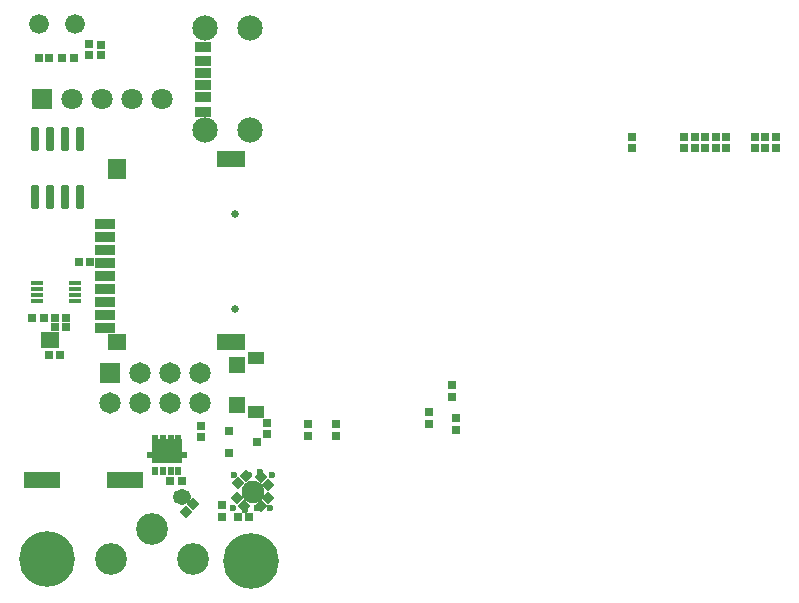
<source format=gts>
G04*
G04 #@! TF.GenerationSoftware,Altium Limited,Altium Designer,18.0.7 (293)*
G04*
G04 Layer_Color=8388736*
%FSLAX25Y25*%
%MOIN*%
G70*
G01*
G75*
%ADD37R,0.03150X0.03110*%
%ADD38R,0.02953X0.02559*%
%ADD39R,0.02854X0.03032*%
%ADD40R,0.02087X0.02284*%
%ADD41R,0.10236X0.08386*%
%ADD42R,0.02165X0.01772*%
%ADD43R,0.01968X0.02559*%
%ADD44R,0.03937X0.01772*%
G04:AMPARAMS|DCode=45|XSize=80.71mil|YSize=29.53mil|CornerRadius=5.91mil|HoleSize=0mil|Usage=FLASHONLY|Rotation=90.000|XOffset=0mil|YOffset=0mil|HoleType=Round|Shape=RoundedRectangle|*
%AMROUNDEDRECTD45*
21,1,0.08071,0.01772,0,0,90.0*
21,1,0.06890,0.02953,0,0,90.0*
1,1,0.01181,0.00886,0.03445*
1,1,0.01181,0.00886,-0.03445*
1,1,0.01181,-0.00886,-0.03445*
1,1,0.01181,-0.00886,0.03445*
%
%ADD45ROUNDEDRECTD45*%
%ADD46R,0.05315X0.04134*%
%ADD47R,0.05709X0.05315*%
G04:AMPARAMS|DCode=48|XSize=31.5mil|YSize=31.1mil|CornerRadius=0mil|HoleSize=0mil|Usage=FLASHONLY|Rotation=135.000|XOffset=0mil|YOffset=0mil|HoleType=Round|Shape=Rectangle|*
%AMROTATEDRECTD48*
4,1,4,0.02213,-0.00014,0.00014,-0.02213,-0.02213,0.00014,-0.00014,0.02213,0.02213,-0.00014,0.0*
%
%ADD48ROTATEDRECTD48*%

G04:AMPARAMS|DCode=49|XSize=31.5mil|YSize=31.1mil|CornerRadius=0mil|HoleSize=0mil|Usage=FLASHONLY|Rotation=45.000|XOffset=0mil|YOffset=0mil|HoleType=Round|Shape=Rectangle|*
%AMROTATEDRECTD49*
4,1,4,-0.00014,-0.02213,-0.02213,-0.00014,0.00014,0.02213,0.02213,0.00014,-0.00014,-0.02213,0.0*
%
%ADD49ROTATEDRECTD49*%

%ADD50R,0.05315X0.03347*%
%ADD51R,0.05315X0.03583*%
%ADD52R,0.05315X0.03740*%
%ADD53R,0.02559X0.02953*%
%ADD54R,0.03110X0.03150*%
%ADD55R,0.12011X0.05311*%
%ADD56R,0.06890X0.03347*%
%ADD57R,0.09252X0.05315*%
%ADD58R,0.06496X0.05315*%
%ADD59R,0.06496X0.06890*%
%ADD60R,0.05891X0.05391*%
%ADD61O,0.06091X0.05091*%
%ADD62R,0.07087X0.07087*%
%ADD63C,0.07087*%
%ADD64C,0.07591*%
%ADD65R,0.07146X0.07146*%
%ADD66C,0.07146*%
%ADD67C,0.08465*%
%ADD68C,0.18591*%
%ADD69C,0.06591*%
%ADD70C,0.10591*%
%ADD71C,0.02559*%
%ADD72C,0.02362*%
D37*
X404272Y486500D02*
D03*
X400728D02*
D03*
X398772Y576000D02*
D03*
X395228D02*
D03*
X412272Y508000D02*
D03*
X408728D02*
D03*
X398728Y477000D02*
D03*
X402272D02*
D03*
D38*
X403031Y576000D02*
D03*
X406968D02*
D03*
X396937Y489500D02*
D03*
X393000D02*
D03*
X465469Y423000D02*
D03*
X461531D02*
D03*
X439032Y435000D02*
D03*
X442969D02*
D03*
X400531Y489500D02*
D03*
X404468D02*
D03*
D39*
X468177Y448000D02*
D03*
X458823Y444260D02*
D03*
Y451740D02*
D03*
D40*
X443571Y443803D02*
D03*
X432429D02*
D03*
D41*
X438000Y445221D02*
D03*
D42*
X434161Y449709D02*
D03*
X436721D02*
D03*
X439280D02*
D03*
X441839D02*
D03*
D43*
Y438291D02*
D03*
X439280D02*
D03*
X436721D02*
D03*
X434161D02*
D03*
D44*
X407201Y500953D02*
D03*
Y498984D02*
D03*
Y497016D02*
D03*
Y495047D02*
D03*
X394799D02*
D03*
Y497016D02*
D03*
Y498984D02*
D03*
Y500953D02*
D03*
D45*
X394000Y549165D02*
D03*
X399000D02*
D03*
X404000D02*
D03*
X409000D02*
D03*
Y529835D02*
D03*
X404000D02*
D03*
X399000D02*
D03*
X394000D02*
D03*
D46*
X467551Y476055D02*
D03*
Y457945D02*
D03*
D47*
X461449Y473594D02*
D03*
Y460405D02*
D03*
D48*
X461247Y429253D02*
D03*
X463753Y426747D02*
D03*
X471753Y433747D02*
D03*
X469247Y436253D02*
D03*
D49*
X464253Y436753D02*
D03*
X461747Y434247D02*
D03*
X471753Y429253D02*
D03*
X469247Y426747D02*
D03*
X444247Y424747D02*
D03*
X446753Y427253D02*
D03*
D50*
X450157Y567031D02*
D03*
Y570968D02*
D03*
D51*
Y574984D02*
D03*
Y563016D02*
D03*
D52*
Y579827D02*
D03*
Y558173D02*
D03*
D53*
X456500Y423032D02*
D03*
X456500Y426968D02*
D03*
X494500Y453968D02*
D03*
Y450032D02*
D03*
X485000Y453937D02*
D03*
Y450000D02*
D03*
X534500Y452000D02*
D03*
Y455937D02*
D03*
X533000Y466968D02*
D03*
Y463031D02*
D03*
X525500Y454063D02*
D03*
Y458000D02*
D03*
D54*
X449500Y449728D02*
D03*
Y453272D02*
D03*
X471500Y450728D02*
D03*
Y454272D02*
D03*
X416000Y577000D02*
D03*
Y580543D02*
D03*
X412000Y577228D02*
D03*
Y580772D02*
D03*
X634000Y549772D02*
D03*
Y546228D02*
D03*
X624500Y549772D02*
D03*
Y546228D02*
D03*
X637500Y549772D02*
D03*
Y546228D02*
D03*
X621000Y549772D02*
D03*
Y546228D02*
D03*
X641000Y549772D02*
D03*
Y546228D02*
D03*
X617500Y549772D02*
D03*
Y546228D02*
D03*
X614000Y549772D02*
D03*
Y546228D02*
D03*
X610500Y549772D02*
D03*
Y546228D02*
D03*
X593000Y549772D02*
D03*
Y546228D02*
D03*
D55*
X396446Y435498D02*
D03*
X424006D02*
D03*
D56*
X417488Y486213D02*
D03*
Y490543D02*
D03*
Y494874D02*
D03*
Y499205D02*
D03*
Y503535D02*
D03*
Y507866D02*
D03*
Y512197D02*
D03*
Y516528D02*
D03*
Y520858D02*
D03*
D57*
X459221Y542512D02*
D03*
Y481488D02*
D03*
D58*
X421425D02*
D03*
D59*
Y538969D02*
D03*
D60*
X399000Y482000D02*
D03*
D61*
X443000Y429685D02*
D03*
D62*
X396500Y562500D02*
D03*
D63*
X406500D02*
D03*
X416500D02*
D03*
X426500D02*
D03*
X436500D02*
D03*
D64*
X466571Y431491D02*
D03*
D65*
X419000Y471000D02*
D03*
D66*
X429000D02*
D03*
X439000D02*
D03*
X449000D02*
D03*
X419000Y461000D02*
D03*
X429000D02*
D03*
X439000D02*
D03*
X449000D02*
D03*
D67*
X465709Y551992D02*
D03*
Y586008D02*
D03*
X450748D02*
D03*
Y551992D02*
D03*
D68*
X466000Y408500D02*
D03*
X398000Y409000D02*
D03*
D69*
X407311Y587500D02*
D03*
X395500D02*
D03*
D70*
X433000Y419000D02*
D03*
X419220Y409000D02*
D03*
X446779D02*
D03*
D71*
X460795Y492512D02*
D03*
Y524008D02*
D03*
D72*
X472500Y426000D02*
D03*
X464000Y425500D02*
D03*
X460000Y426000D02*
D03*
X468000D02*
D03*
X460500Y437000D02*
D03*
X473000D02*
D03*
X465500D02*
D03*
X469000Y438000D02*
D03*
M02*

</source>
